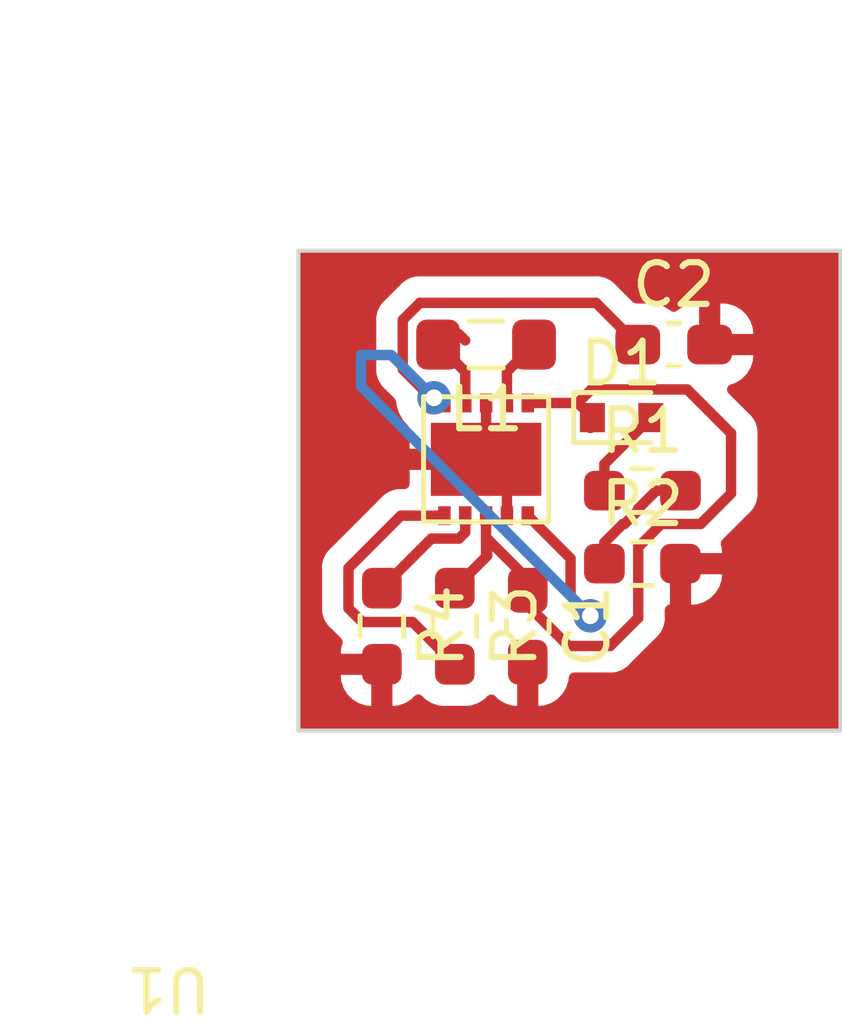
<source format=kicad_pcb>
(kicad_pcb (version 20211014) (generator pcbnew)
  (layers (0 "F.Cu" signal) (31 "B.Cu" signal) (34 "B.Paste" user) (35 "F.Paste" user) (36 "B.SilkS" user "B.Silkscreen") (37 "F.SilkS" user "F.Silkscreen") (38 "B.Mask" user) (39 "F.Mask" user) (44 "Edge.Cuts" user))
  (net 0 "")
  (net 1 "VSS")
  (net 2 "GND")
  (net 3 "VBUS")
  (net 4 "Net-(L1-Pad1)")
  (net 5 "Net-(L1-Pad2)")
  (net 6 "/GPIO24")
  (net 7 "/3V3_EN")
  (net 8 "Net-(R4-Pad1)")
  (net 9 "+3V3")
  (footprint "Capacitor_SMD:C_0603_1608Metric_Pad1.08x0.95mm_HandSolder" (layer "F.Cu") (at 139.75 95.75 -90)
    (fp_text reference "C1" (at 0 -1.43 -90) (layer "F.SilkS"))
    (fp_text value "C")
    (fp_line (start -0.146267 0.51) (end 0.146267 0.51) (layer "F.SilkS") (width 0.12))
    (fp_line (start -0.146267 -0.51) (end 0.146267 -0.51) (layer "F.SilkS") (width 0.12))
    (pad "1" smd roundrect (at -0.8625 0 270) (size 1.075 0.95) (layers "F.Cu" "F.Paste" "F.Mask") (net 1 "VSS"))
    (pad "2" smd roundrect (at 0.8625 0 270) (size 1.075 0.95) (layers "F.Cu" "F.Paste" "F.Mask") (net 2 "GND"))
  )
  (footprint "Resistor_SMD:R_0603_1608Metric_Pad0.98x0.95mm_HandSolder" (layer "F.Cu") (at 142.5 94.25)
    (fp_text reference "R2" (at 0 -1.43) (layer "F.SilkS"))
    (fp_text value "R")
    (fp_line (start -0.254724 -0.5225) (end 0.254724 -0.5225) (layer "F.SilkS") (width 0.12))
    (fp_line (start -0.254724 0.5225) (end 0.254724 0.5225) (layer "F.SilkS") (width 0.12))
    (pad "1" smd roundrect (at -0.9125 0) (size 0.975 0.95) (layers "F.Cu" "F.Paste" "F.Mask") (net 6 "/GPIO24"))
    (pad "2" smd roundrect (at 0.9125 0) (size 0.975 0.95) (layers "F.Cu" "F.Paste" "F.Mask") (net 2 "GND"))
  )
  (footprint "Capacitor_SMD:C_0603_1608Metric_Pad1.08x0.95mm_HandSolder" (layer "F.Cu") (at 143.25 89)
    (fp_text reference "C2" (at 0 -1.43) (layer "F.SilkS"))
    (fp_text value "C")
    (fp_line (start -0.146267 0.51) (end 0.146267 0.51) (layer "F.SilkS") (width 0.12))
    (fp_line (start -0.146267 -0.51) (end 0.146267 -0.51) (layer "F.SilkS") (width 0.12))
    (pad "1" smd roundrect (at -0.8625 0) (size 1.075 0.95) (layers "F.Cu" "F.Paste" "F.Mask") (net 9 "+3V3"))
    (pad "2" smd roundrect (at 0.8625 0) (size 1.075 0.95) (layers "F.Cu" "F.Paste" "F.Mask") (net 2 "GND"))
  )
  (footprint "Resistor_SMD:R_0603_1608Metric_Pad0.98x0.95mm_HandSolder" (layer "F.Cu") (at 142.5 92.5)
    (fp_text reference "R1" (at 0 -1.43) (layer "F.SilkS"))
    (fp_text value "R")
    (fp_line (start -0.254724 -0.5225) (end 0.254724 -0.5225) (layer "F.SilkS") (width 0.12))
    (fp_line (start -0.254724 0.5225) (end 0.254724 0.5225) (layer "F.SilkS") (width 0.12))
    (pad "1" smd roundrect (at -0.9125 0) (size 0.975 0.95) (layers "F.Cu" "F.Paste" "F.Mask") (net 3 "VBUS"))
    (pad "2" smd roundrect (at 0.9125 0) (size 0.975 0.95) (layers "F.Cu" "F.Paste" "F.Mask") (net 6 "/GPIO24"))
  )
  (footprint "Resistor_SMD:R_0603_1608Metric_Pad0.98x0.95mm_HandSolder" (layer "F.Cu") (at 136.25 95.75 -90)
    (fp_text reference "R4" (at 0 -1.43 -90) (layer "F.SilkS"))
    (fp_text value "R")
    (fp_line (start -0.254724 -0.5225) (end 0.254724 -0.5225) (layer "F.SilkS") (width 0.12))
    (fp_line (start -0.254724 0.5225) (end 0.254724 0.5225) (layer "F.SilkS") (width 0.12))
    (pad "1" smd roundrect (at -0.9125 0 270) (size 0.975 0.95) (layers "F.Cu" "F.Paste" "F.Mask") (net 8 "Net-(R4-Pad1)"))
    (pad "2" smd roundrect (at 0.9125 0 270) (size 0.975 0.95) (layers "F.Cu" "F.Paste" "F.Mask") (net 2 "GND"))
  )
  (footprint "GREGORY:WDFN103X3" (layer "F.Cu") (at 138.75 91.75 180)
    (fp_text reference "U1" (at 7.62 -12.7 180 unlocked) (layer "F.SilkS"))
    (fp_text value "RT6150B-33GQW")
    (fp_line (start -1.5 -1.5) (end -1.5 1.5) (layer "F.SilkS") (width 0.12))
    (fp_line (start 1.5 -1.5) (end -1.5 -1.5) (layer "F.SilkS") (width 0.12))
    (fp_line (start 1.5 1.5) (end 1.5 -1.5) (layer "F.SilkS") (width 0.12))
    (fp_line (start -1.5 1.5) (end 1.5 1.5) (layer "F.SilkS") (width 0.12))
    (pad "1" smd rect (at 1 1.35 180) (size 0.3 0.45) (layers "F.Cu" "F.Paste" "F.Mask") (net 9 "+3V3"))
    (pad "2" smd rect (at 0.5 1.35 180) (size 0.3 0.45) (layers "F.Cu" "F.Paste" "F.Mask") (net 5 "Net-(L1-Pad2)"))
    (pad "3" smd rect (at 0 1.35 180) (size 0.3 0.45) (layers "F.Cu" "F.Paste" "F.Mask") (net 2 "GND"))
    (pad "4" smd rect (at -0.5 1.35 180) (size 0.3 0.45) (layers "F.Cu" "F.Paste" "F.Mask") (net 4 "Net-(L1-Pad1)"))
    (pad "5" smd rect (at -1 1.35 180) (size 0.3 0.45) (layers "F.Cu" "F.Paste" "F.Mask") (net 1 "VSS"))
    (pad "6" smd rect (at 1 -1.35 180) (size 0.3 0.45) (layers "F.Cu" "F.Paste" "F.Mask") (net 7 "/3V3_EN"))
    (pad "7" smd rect (at 0.5 -1.35 180) (size 0.3 0.45) (layers "F.Cu" "F.Paste" "F.Mask") (net 8 "Net-(R4-Pad1)"))
    (pad "8" smd rect (at 0 -1.35 180) (size 0.3 0.45) (layers "F.Cu" "F.Paste" "F.Mask") (net 1 "VSS"))
    (pad "9" smd rect (at -0.5 -1.35 180) (size 0.3 0.45) (layers "F.Cu" "F.Paste" "F.Mask") (net 2 "GND"))
    (pad "10" smd rect (at -1 -1.35 180) (size 0.3 0.45) (layers "F.Cu" "F.Paste" "F.Mask") (net 9 "+3V3"))
    (pad "11" smd rect (at 0 0 180) (size 2.65 1.75) (layers "F.Cu" "F.Paste" "F.Mask") (net 2 "GND"))
  )
  (footprint "Inductor_SMD:L_0805_2012Metric_Pad1.05x1.20mm_HandSolder" (layer "F.Cu") (at 138.75 89 180)
    (fp_text reference "L1" (at 0 -1.55) (layer "F.SilkS"))
    (fp_text value "INDUCTOR")
    (fp_line (start -0.410242 -0.56) (end 0.410242 -0.56) (layer "F.SilkS") (width 0.12))
    (fp_line (start -0.410242 0.56) (end 0.410242 0.56) (layer "F.SilkS") (width 0.12))
    (pad "1" smd roundrect (at -1.15 0 180) (size 1.05 1.2) (layers "F.Cu" "F.Paste" "F.Mask") (roundrect_rratio 0.238095) (net 4 "Net-(L1-Pad1)"))
    (pad "2" smd roundrect (at 1.15 0 180) (size 1.05 1.2) (layers "F.Cu" "F.Paste" "F.Mask") (roundrect_rratio 0.238095) (net 5 "Net-(L1-Pad2)"))
  )
  (footprint "Diode_SMD:D_SOD-523" (layer "F.Cu") (at 142 90.75)
    (fp_text reference "D1" (at 0 -1.3) (layer "F.SilkS"))
    (fp_text value "1N914WT")
    (fp_line (start -1.15 -0.6) (end -1.15 0.6) (layer "F.SilkS") (width 0.12))
    (fp_line (start 0.7 -0.6) (end -1.15 -0.6) (layer "F.SilkS") (width 0.12))
    (fp_line (start 0.7 0.6) (end -1.15 0.6) (layer "F.SilkS") (width 0.12))
    (pad "1" smd rect (at -0.7 0 180) (size 0.6 0.7) (layers "F.Cu" "F.Paste" "F.Mask") (net 1 "VSS"))
    (pad "2" smd rect (at 0.7 0 180) (size 0.6 0.7) (layers "F.Cu" "F.Paste" "F.Mask") (net 3 "VBUS"))
  )
  (footprint "Resistor_SMD:R_0603_1608Metric_Pad0.98x0.95mm_HandSolder" (layer "F.Cu") (at 138 95.75 -90)
    (fp_text reference "R3" (at 0 -1.43 -90) (layer "F.SilkS"))
    (fp_text value "R")
    (fp_line (start -0.254724 -0.5225) (end 0.254724 -0.5225) (layer "F.SilkS") (width 0.12))
    (fp_line (start -0.254724 0.5225) (end 0.254724 0.5225) (layer "F.SilkS") (width 0.12))
    (pad "1" smd roundrect (at -0.9125 0 270) (size 0.975 0.95) (layers "F.Cu" "F.Paste" "F.Mask") (net 1 "VSS"))
    (pad "2" smd roundrect (at 0.9125 0 270) (size 0.975 0.95) (layers "F.Cu" "F.Paste" "F.Mask") (net 7 "/3V3_EN"))
  )
  (gr_line (start 134.25 86.75) (end 134.25 98.25) (layer "Edge.Cuts") (width 0.1))
  (gr_line (start 147.25 98.25) (end 147.25 86.75) (layer "Edge.Cuts") (width 0.1))
  (gr_line (start 147.25 86.75) (end 134.25 86.75) (layer "Edge.Cuts") (width 0.1))
  (gr_line (start 134.25 98.25) (end 147.25 98.25) (layer "Edge.Cuts") (width 0.1))
  (segment (start 138 94.8375) (end 138.75 94.0875) (width 0.25) (layer "F.Cu") (net 1))
  (segment (start 138 94.8375) (end 138.775489 94.062011) (width 0.25) (layer "F.Cu") (net 1))
  (segment (start 141.3 90.95) (end 141.25 91) (width 0.25) (layer "F.Cu") (net 1))
  (segment (start 140.724511 96.224511) (end 139.75 95.25) (width 0.25) (layer "F.Cu") (net 1))
  (segment (start 141.3 90.75) (end 141.3 90.95) (width 0.25) (layer "F.Cu") (net 1))
  (segment (start 142.39952 93.85048) (end 142.39952 95.549502) (width 0.25) (layer "F.Cu") (net 1))
  (segment (start 140.95 90.4) (end 141.274511 90.075489) (width 0.25) (layer "F.Cu") (net 1))
  (segment (start 142.39952 95.549502) (end 141.724511 96.224511) (width 0.25) (layer "F.Cu") (net 1))
  (segment (start 141.274511 90.075489) (end 143.575489 90.075489) (width 0.25) (layer "F.Cu") (net 1))
  (segment (start 144.625 92.569816) (end 143.895296 93.29952) (width 0.25) (layer "F.Cu") (net 1))
  (segment (start 141.724511 96.224511) (end 140.724511 96.224511) (width 0.25) (layer "F.Cu") (net 1))
  (segment (start 139.75 94.624022) (end 139.75 94.8875) (width 0.25) (layer "F.Cu") (net 1))
  (segment (start 138.775489 94.062011) (end 138.775489 93.649511) (width 0.25) (layer "F.Cu") (net 1))
  (segment (start 139.75 95.25) (end 139.75 94.8875) (width 0.25) (layer "F.Cu") (net 1))
  (segment (start 144.625 91.125) (end 144.625 92.569816) (width 0.25) (layer "F.Cu") (net 1))
  (segment (start 139.75 90.4) (end 140.95 90.4) (width 0.25) (layer "F.Cu") (net 1))
  (segment (start 138.75 94.0875) (end 138.75 93.1) (width 0.25) (layer "F.Cu") (net 1))
  (segment (start 142.95048 93.29952) (end 142.39952 93.85048) (width 0.25) (layer "F.Cu") (net 1))
  (segment (start 140.95 90.4) (end 141.3 90.75) (width 0.25) (layer "F.Cu") (net 1))
  (segment (start 138.775489 93.649511) (end 139.75 94.624022) (width 0.25) (layer "F.Cu") (net 1))
  (segment (start 143.575489 90.075489) (end 144.625 91.125) (width 0.25) (layer "F.Cu") (net 1))
  (segment (start 143.895296 93.29952) (end 142.95048 93.29952) (width 0.25) (layer "F.Cu") (net 1))
  (segment (start 139.25 92.575978) (end 139.25 93.1) (width 0.25) (layer "F.Cu") (net 2))
  (segment (start 138.75 90.4) (end 138.75 92.075978) (width 0.25) (layer "F.Cu") (net 2))
  (segment (start 138.75 92.075978) (end 139.25 92.575978) (width 0.25) (layer "F.Cu") (net 2))
  (segment (start 144.1125 89) (end 144.22452 89.11202) (width 0.25) (layer "F.Cu") (net 2))
  (segment (start 141.5875 91.8625) (end 142.7 90.75) (width 0.25) (layer "F.Cu") (net 3))
  (segment (start 141.5875 92.5) (end 141.5875 92.4775) (width 0.25) (layer "F.Cu") (net 3))
  (segment (start 141.5875 92.4775) (end 141.6575 92.4075) (width 0.25) (layer "F.Cu") (net 3))
  (segment (start 141.5875 92.5) (end 141.5875 91.8625) (width 0.25) (layer "F.Cu") (net 3))
  (segment (start 139.9 89) (end 139.25 89.65) (width 0.25) (layer "F.Cu") (net 4))
  (segment (start 139.25 89.65) (end 139.25 90.4) (width 0.25) (layer "F.Cu") (net 4))
  (segment (start 138.1 88.75) (end 138.25 88.9) (width 0.25) (layer "F.Cu") (net 5))
  (segment (start 138.25 89.65) (end 137.6 89) (width 0.25) (layer "F.Cu") (net 5))
  (segment (start 138.25 90.4) (end 138.25 89.65) (width 0.25) (layer "F.Cu") (net 5))
  (segment (start 142.39952 92.970296) (end 142.39952 92.93173) (width 0.25) (layer "F.Cu") (net 6))
  (segment (start 142.03173 93.29952) (end 142.070296 93.29952) (width 0.25) (layer "F.Cu") (net 6))
  (segment (start 141.5875 94.25) (end 141.5875 93.74375) (width 0.25) (layer "F.Cu") (net 6))
  (segment (start 142.39952 92.93173) (end 142.83125 92.5) (width 0.25) (layer "F.Cu") (net 6))
  (segment (start 142.83125 92.5) (end 143.4125 92.5) (width 0.25) (layer "F.Cu") (net 6))
  (segment (start 142.070296 93.29952) (end 142.39952 92.970296) (width 0.25) (layer "F.Cu") (net 6))
  (segment (start 141.5875 93.74375) (end 142.03173 93.29952) (width 0.25) (layer "F.Cu") (net 6))
  (segment (start 135.779704 95.64952) (end 135.45048 95.320296) (width 0.25) (layer "F.Cu") (net 7))
  (segment (start 135.45048 95.320296) (end 135.45048 94.354704) (width 0.25) (layer "F.Cu") (net 7))
  (segment (start 136.705184 93.1) (end 137.75 93.1) (width 0.25) (layer "F.Cu") (net 7))
  (segment (start 135.45048 94.354704) (end 136.705184 93.1) (width 0.25) (layer "F.Cu") (net 7))
  (segment (start 136.98702 95.64952) (end 135.779704 95.64952) (width 0.25) (layer "F.Cu") (net 7))
  (segment (start 138 96.6625) (end 136.98702 95.64952) (width 0.25) (layer "F.Cu") (net 7))
  (segment (start 137.437989 93.649511) (end 138.100489 93.649511) (width 0.25) (layer "F.Cu") (net 8))
  (segment (start 138.100489 93.649511) (end 138.25 93.5) (width 0.25) (layer "F.Cu") (net 8))
  (segment (start 136.25 94.8375) (end 137.437989 93.649511) (width 0.25) (layer "F.Cu") (net 8))
  (segment (start 138.25 93.5) (end 138.25 93.1) (width 0.25) (layer "F.Cu") (net 8))
  (segment (start 139.75 93.1) (end 139.75 93.199991) (width 0.25) (layer "F.Cu") (net 9))
  (segment (start 136.75048 88.412027) (end 137.162507 88) (width 0.25) (layer "F.Cu") (net 9))
  (segment (start 139.75 93.1) (end 140.77548 94.12548) (width 0.25) (layer "F.Cu") (net 9))
  (segment (start 140.77548 95.02548) (end 141.25 95.5) (width 0.25) (layer "F.Cu") (net 9))
  (segment (start 137.438005 90.275498) (end 136.75048 89.587973) (width 0.25) (layer "F.Cu") (net 9))
  (segment (start 140.77548 94.12548) (end 140.77548 95.02548) (width 0.25) (layer "F.Cu") (net 9))
  (segment (start 136.75048 89.587973) (end 136.75048 88.412027) (width 0.25) (layer "F.Cu") (net 9))
  (segment (start 137.500498 90.275498) (end 137.438005 90.275498) (width 0.25) (layer "F.Cu") (net 9))
  (segment (start 137.162507 88) (end 141.3875 88) (width 0.25) (layer "F.Cu") (net 9))
  (segment (start 141.3875 88) (end 142.3875 89) (width 0.25) (layer "F.Cu") (net 9))
  (via (at 137.500498 90.275498) (size 0.8) (drill 0.4) (layers "F.Cu" "B.Cu") (net 9))
  (via (at 141.25 95.5) (size 0.8) (drill 0.4) (layers "F.Cu" "B.Cu") (net 9))
  (segment (start 135.75 89.25) (end 136.475 89.25) (width 0.25) (layer "B.Cu") (net 9))
  (segment (start 135.75 90) (end 135.75 89.25) (width 0.25) (layer "B.Cu") (net 9))
  (segment (start 141.25 95.5) (end 135.75 90) (width 0.25) (layer "B.Cu") (net 9))
  (segment (start 136.475 89.25) (end 137.500498 90.275498) (width 0.25) (layer "B.Cu") (net 9))
  (zone (net 2) (net_name "GND") (layer "F.Cu") (connect_pads (clearance 0.508)) (min_thickness 0.254) (fill yes (thermal_gap 0.508) (thermal_bridge_width 0.508))
    (polygon (pts (xy 147.25 98.25) (xy 134.25 98.25) (xy 134.25 86.75) (xy 147.25 86.75)))
  )
)
</source>
